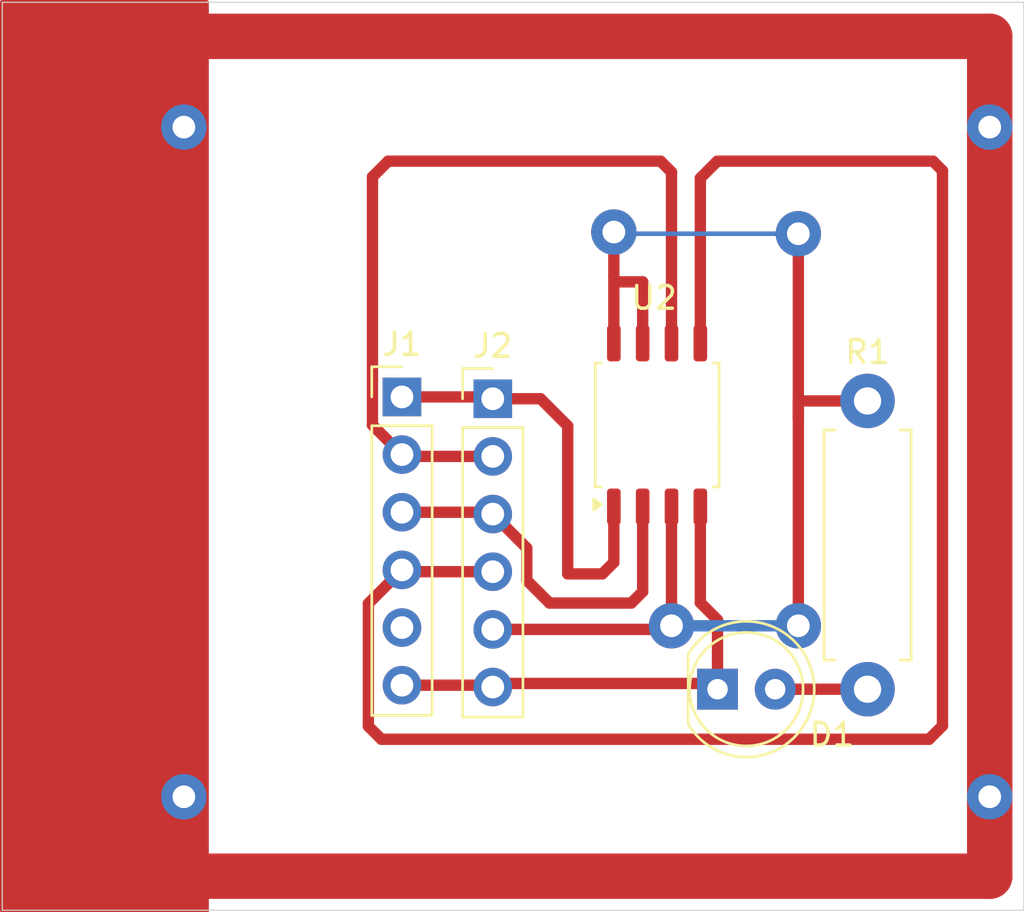
<source format=kicad_pcb>
(kicad_pcb (version 20240108) (generator "pcbnew") (generator_version "8.0")
  (layers (0 "F.Cu" signal) (31 "B.Cu" signal) (34 "B.Paste" user) (35 "F.Paste" user) (36 "B.SilkS" user "B.Silkscreen") (37 "F.SilkS" user "F.Silkscreen") (38 "B.Mask" user) (39 "F.Mask" user) (44 "Edge.Cuts" user))
  (net 0 "")
  (net 1 "Net-(D1-A)")
  (net 2 "GND")
  (net 3 "/MOSI")
  (net 4 "/SCK")
  (net 5 "/CS")
  (net 6 "/MISO")
  (net 8 "/3V3")
  (footprint "Package_SO:SOIC-8_5.23x5.23mm_P1.27mm" (layer "F.Cu") (at 172.847 52.622 90)
    (property "Reference" "U2" (at 5.6 -0.135 180) (layer "F.SilkS"))
    (property "Value" "W25Q128JVS" (hide yes))
    (fp_line (start 2.725 -2.725) (end 2.725 -2.465) (stroke (width 0.12)) (layer "F.SilkS"))
    (fp_line (start 0 -2.725) (end 2.725 -2.725) (stroke (width 0.12)) (layer "F.SilkS"))
    (fp_line (start 0 -2.725) (end -2.725 -2.725) (stroke (width 0.12)) (layer "F.SilkS"))
    (fp_line (start -2.725 -2.725) (end -2.725 -2.465) (stroke (width 0.12)) (layer "F.SilkS"))
    (fp_line (start 2.725 2.725) (end 2.725 2.465) (stroke (width 0.12)) (layer "F.SilkS"))
    (fp_line (start 0 2.725) (end 2.725 2.725) (stroke (width 0.12)) (layer "F.SilkS"))
    (fp_line (start 0 2.725) (end -2.725 2.725) (stroke (width 0.12)) (layer "F.SilkS"))
    (fp_line (start -2.725 2.725) (end -2.725 2.465) (stroke (width 0.12)) (layer "F.SilkS"))
    (fp_poly (pts (xy -3.5075 -2.465) (xy -3.7475 -2.795) (xy -3.2675 -2.795) (xy -3.5075 -2.465)) (stroke (width 0.12)) (fill solid) (layer "F.SilkS"))
    (pad "1" smd roundrect (at -3.6 -1.905 90) (size 1.6 0.6) (layers "F.Cu" "F.Paste" "F.Mask") (net 5 "/CS"))
    (pad "2" smd roundrect (at -3.6 -0.635 90) (size 1.6 0.6) (layers "F.Cu" "F.Paste" "F.Mask") (net 6 "/MISO"))
    (pad "3" smd roundrect (at -3.6 0.635 90) (size 1.6 0.6) (layers "F.Cu" "F.Paste" "F.Mask") (net 8 "/3V3"))
    (pad "4" smd roundrect (at -3.6 1.905 90) (size 1.6 0.6) (layers "F.Cu" "F.Paste" "F.Mask") (net 2 "GND"))
    (pad "5" smd roundrect (at 3.6 1.905 90) (size 1.6 0.6) (layers "F.Cu" "F.Paste" "F.Mask") (net 3 "/MOSI"))
    (pad "6" smd roundrect (at 3.6 0.635 90) (size 1.6 0.6) (layers "F.Cu" "F.Paste" "F.Mask") (net 4 "/SCK"))
    (pad "7" smd roundrect (at 3.6 -0.635 90) (size 1.6 0.6) (layers "F.Cu" "F.Paste" "F.Mask") (net 8 "/3V3"))
    (pad "8" smd roundrect (at 3.6 -1.905 90) (size 1.6 0.6) (layers "F.Cu" "F.Paste" "F.Mask") (net 8 "/3V3"))
  )
  (footprint "Resistor_THT:R_Axial_DIN0411_L9.9mm_D3.6mm_P12.70mm_Horizontal" (layer "F.Cu") (at 182.118 64.262 90)
    (property "Reference" "R1" (at 14.85 0 0) (layer "F.SilkS"))
    (property "Value" "R" (hide yes))
    (fp_line (start 11.42 -1.92) (end 11.42 -1.44) (stroke (width 0.12)) (layer "F.SilkS"))
    (fp_line (start 1.28 -1.92) (end 11.42 -1.92) (stroke (width 0.12)) (layer "F.SilkS"))
    (fp_line (start 1.28 -1.44) (end 1.28 -1.92) (stroke (width 0.12)) (layer "F.SilkS"))
    (fp_line (start 1.28 1.44) (end 1.28 1.92) (stroke (width 0.12)) (layer "F.SilkS"))
    (fp_line (start 11.42 1.92) (end 11.42 1.44) (stroke (width 0.12)) (layer "F.SilkS"))
    (fp_line (start 1.28 1.92) (end 11.42 1.92) (stroke (width 0.12)) (layer "F.SilkS"))
    (pad "1" thru_hole circle (at 0 0 90) (size 2.4 2.4) (drill 1.2) (layers "*.Cu" "*.Mask") (net 1 "Net-(D1-A)"))
    (pad "2" thru_hole oval (at 12.7 0 90) (size 2.4 2.4) (drill 1.2) (layers "*.Cu" "*.Mask") (net 8 "/3V3"))
  )
  (footprint "LED_THT:LED_D5.0mm" (layer "F.Cu") (at 175.509 64.262)
    (property "Reference" "D1" (at 5.04 2 0) (layer "F.SilkS"))
    (property "Value" "LED" (hide yes))
    (fp_line (start -1.29 -1.545) (end -1.29 1.545) (stroke (width 0.12)) (layer "F.SilkS"))
    (fp_arc (start -1.29 -1.54483) (mid 2.071756 -2.880501) (end 4.26 -0.000048) (stroke (width 0.12)) (layer "F.SilkS"))
    (fp_arc (start 4.26 0.000048) (mid 2.071756 2.880501) (end -1.29 1.54483) (stroke (width 0.12)) (layer "F.SilkS"))
    (fp_circle (center 1.27 0) (end 3.77 0) (stroke (width 0.12)) (fill none) (layer "F.SilkS"))
    (pad "1" thru_hole rect (at 0 0) (size 1.8 1.8) (drill 0.9) (layers "*.Cu" "*.Mask") (net 2 "GND"))
    (pad "2" thru_hole circle (at 2.54 0) (size 1.8 1.8) (drill 0.9) (layers "*.Cu" "*.Mask") (net 1 "Net-(D1-A)"))
  )
  (footprint "Connector_PinHeader_2.54mm:PinHeader_1x06_P2.54mm_Vertical" (layer "F.Cu") (at 165.608 51.466)
    (property "Reference" "J2" (at 0 -2.33 0) (layer "F.SilkS"))
    (property "Value" "Conn_01x06" (hide yes))
    (fp_line (start -1.33 -1.33) (end 0 -1.33) (stroke (width 0.12)) (layer "F.SilkS"))
    (fp_line (start -1.33 0) (end -1.33 -1.33) (stroke (width 0.12)) (layer "F.SilkS"))
    (fp_line (start -1.33 1.27) (end -1.33 14.03) (stroke (width 0.12)) (layer "F.SilkS"))
    (fp_line (start -1.33 1.27) (end 1.33 1.27) (stroke (width 0.12)) (layer "F.SilkS"))
    (fp_line (start -1.33 14.03) (end 1.33 14.03) (stroke (width 0.12)) (layer "F.SilkS"))
    (fp_line (start 1.33 1.27) (end 1.33 14.03) (stroke (width 0.12)) (layer "F.SilkS"))
    (pad "1" thru_hole rect (at 0 0) (size 1.7 1.7) (drill 1) (layers "*.Cu" "*.Mask") (net 5 "/CS"))
    (pad "2" thru_hole oval (at 0 2.54) (size 1.7 1.7) (drill 1) (layers "*.Cu" "*.Mask") (net 4 "/SCK"))
    (pad "3" thru_hole oval (at 0 5.08) (size 1.7 1.7) (drill 1) (layers "*.Cu" "*.Mask") (net 6 "/MISO"))
    (pad "4" thru_hole oval (at 0 7.62) (size 1.7 1.7) (drill 1) (layers "*.Cu" "*.Mask") (net 3 "/MOSI"))
    (pad "5" thru_hole oval (at 0 10.16) (size 1.7 1.7) (drill 1) (layers "*.Cu" "*.Mask") (net 8 "/3V3"))
    (pad "6" thru_hole oval (at 0 12.7) (size 1.7 1.7) (drill 1) (layers "*.Cu" "*.Mask") (net 2 "GND"))
  )
  (footprint "Connector_PinHeader_2.54mm:PinHeader_1x06_P2.54mm_Vertical" (layer "F.Cu") (at 161.608 51.386)
    (property "Reference" "J1" (at 0 -2.33 0) (layer "F.SilkS"))
    (property "Value" "Conn_01x06" (hide yes))
    (fp_line (start -1.33 -1.33) (end 0 -1.33) (stroke (width 0.12)) (layer "F.SilkS"))
    (fp_line (start -1.33 0) (end -1.33 -1.33) (stroke (width 0.12)) (layer "F.SilkS"))
    (fp_line (start -1.33 1.27) (end -1.33 14.03) (stroke (width 0.12)) (layer "F.SilkS"))
    (fp_line (start -1.33 1.27) (end 1.33 1.27) (stroke (width 0.12)) (layer "F.SilkS"))
    (fp_line (start -1.33 14.03) (end 1.33 14.03) (stroke (width 0.12)) (layer "F.SilkS"))
    (fp_line (start 1.33 1.27) (end 1.33 14.03) (stroke (width 0.12)) (layer "F.SilkS"))
    (pad "1" thru_hole rect (at 0 0) (size 1.7 1.7) (drill 1) (layers "*.Cu" "*.Mask") (net 5 "/CS"))
    (pad "2" thru_hole oval (at 0 2.54) (size 1.7 1.7) (drill 1) (layers "*.Cu" "*.Mask") (net 4 "/SCK"))
    (pad "3" thru_hole oval (at 0 5.08) (size 1.7 1.7) (drill 1) (layers "*.Cu" "*.Mask") (net 6 "/MISO"))
    (pad "4" thru_hole oval (at 0 7.62) (size 1.7 1.7) (drill 1) (layers "*.Cu" "*.Mask") (net 3 "/MOSI"))
    (pad "5" thru_hole oval (at 0 10.16) (size 1.7 1.7) (drill 1) (layers "*.Cu" "*.Mask"))
    (pad "6" thru_hole oval (at 0 12.7) (size 1.7 1.7) (drill 1) (layers "*.Cu" "*.Mask") (net 2 "GND"))
  )
  (gr_poly (pts (xy 144 74) (xy 153 74) (xy 153 34) (xy 144 34)) (stroke (width 0.2)) (fill solid) (layer "F.Cu") (net 2))
  (gr_rect (start 144 34) (end 189 74) (stroke (width 0.05)) (fill none) (layer "Edge.Cuts"))
  (segment (start 181.926 64.262) (end 182.372 63.816) (width 0.5) (layer "F.Cu") (net 1))
  (segment (start 178.049 64.262) (end 181.926 64.262) (width 0.5) (layer "F.Cu") (net 1))
  (segment (start 187.5 35.5) (end 148.5 35.5) (width 2) (layer "F.Cu") (net 2))
  (segment (start 175.255 64.008) (end 165.766 64.008) (width 0.5) (layer "F.Cu") (net 2))
  (segment (start 165.766 64.008) (end 165.608 64.166) (width 0.5) (layer "F.Cu") (net 2))
  (segment (start 187.5 72.5) (end 147 72.5) (width 2) (layer "F.Cu") (net 2))
  (segment (start 174.752 56.222) (end 174.752 60.452) (width 0.5) (layer "F.Cu") (net 2))
  (segment (start 161.608 64.086) (end 165.528 64.086) (width 0.5) (layer "F.Cu") (net 2))
  (segment (start 187.5 35.5) (end 187.5 72.5) (width 2) (layer "F.Cu") (net 2))
  (segment (start 174.752 60.452) (end 175.509 61.209) (width 0.5) (layer "F.Cu") (net 2))
  (segment (start 165.528 64.086) (end 165.608 64.166) (width 0.5) (layer "F.Cu") (net 2))
  (segment (start 175.509 64.262) (end 175.255 64.008) (width 0.5) (layer "F.Cu") (net 2))
  (segment (start 175.509 61.209) (end 175.509 64.262) (width 0.5) (layer "F.Cu") (net 2))
  (via (at 187.5 69) (size 2) (drill 1) (layers "F.Cu" "B.Cu") (net 2))
  (via (at 152 69) (size 2) (drill 1) (layers "F.Cu" "B.Cu") (net 2))
  (via (at 152 39.5) (size 2) (drill 1) (layers "F.Cu" "B.Cu") (net 2))
  (via (at 187.5 39.5) (size 2) (drill 1) (layers "F.Cu" "B.Cu") (net 2))
  (segment (start 175.5 41) (end 185 41) (width 0.5) (layer "F.Cu") (net 3))
  (segment (start 160.128 65.894) (end 160.128 60.486) (width 0.5) (layer "F.Cu") (net 3))
  (segment (start 174.752 41.748) (end 175.5 41) (width 0.5) (layer "F.Cu") (net 3))
  (segment (start 184.828 66.466) (end 160.7 66.466) (width 0.5) (layer "F.Cu") (net 3))
  (segment (start 161.688 59.086) (end 161.608 59.006) (width 0.5) (layer "F.Cu") (net 3))
  (segment (start 165.608 59.086) (end 161.688 59.086) (width 0.5) (layer "F.Cu") (net 3))
  (segment (start 174.752 49.022) (end 174.752 41.748) (width 0.5) (layer "F.Cu") (net 3))
  (segment (start 185.42 65.874) (end 184.828 66.466) (width 0.5) (layer "F.Cu") (net 3))
  (segment (start 160.7 66.466) (end 160.128 65.894) (width 0.5) (layer "F.Cu") (net 3))
  (segment (start 185 41) (end 185.42 41.42) (width 0.5) (layer "F.Cu") (net 3))
  (segment (start 185.42 41.42) (end 185.42 65.874) (width 0.5) (layer "F.Cu") (net 3))
  (segment (start 160.128 60.486) (end 161.608 59.006) (width 0.5) (layer "F.Cu") (net 3))
  (segment (start 160.308 41.692) (end 160.308 52.626) (width 0.5) (layer "F.Cu") (net 4))
  (segment (start 160.308 52.626) (end 161.608 53.926) (width 0.5) (layer "F.Cu") (net 4))
  (segment (start 161 41) (end 160.308 41.692) (width 0.5) (layer "F.Cu") (net 4))
  (segment (start 165.608 54.006) (end 161.688 54.006) (width 0.5) (layer "F.Cu") (net 4))
  (segment (start 173.482 49.022) (end 173.482 41.482) (width 0.5) (layer "F.Cu") (net 4))
  (segment (start 173 41) (end 161 41) (width 0.5) (layer "F.Cu") (net 4))
  (segment (start 173.482 41.482) (end 173 41) (width 0.5) (layer "F.Cu") (net 4))
  (segment (start 161.688 54.006) (end 161.608 53.926) (width 0.5) (layer "F.Cu") (net 4))
  (segment (start 170.942 58.674) (end 170.434 59.182) (width 0.5) (layer "F.Cu") (net 5))
  (segment (start 167.712 51.466) (end 165.608 51.466) (width 0.5) (layer "F.Cu") (net 5))
  (segment (start 170.942 56.222) (end 170.942 58.674) (width 0.5) (layer "F.Cu") (net 5))
  (segment (start 170.434 59.182) (end 168.91 59.182) (width 0.5) (layer "F.Cu") (net 5))
  (segment (start 168.91 52.664) (end 167.712 51.466) (width 0.5) (layer "F.Cu") (net 5))
  (segment (start 161.608 51.386) (end 165.528 51.386) (width 0.5) (layer "F.Cu") (net 5))
  (segment (start 165.528 51.386) (end 165.608 51.466) (width 0.5) (layer "F.Cu") (net 5))
  (segment (start 168.91 59.182) (end 168.91 52.664) (width 0.5) (layer "F.Cu") (net 5))
  (segment (start 165.608 56.588684) (end 165.608 56.546) (width 0.5) (layer "F.Cu") (net 6))
  (segment (start 168.108 60.466) (end 171.712 60.466) (width 0.5) (layer "F.Cu") (net 6))
  (segment (start 161.608 56.466) (end 165.528 56.466) (width 0.5) (layer "F.Cu") (net 6))
  (segment (start 165.608 56.546) (end 167.108 58.046) (width 0.5) (layer "F.Cu") (net 6))
  (segment (start 172.212 59.966) (end 172.212 56.222) (width 0.5) (layer "F.Cu") (net 6))
  (segment (start 171.712 60.466) (end 172.212 59.966) (width 0.5) (layer "F.Cu") (net 6))
  (segment (start 167.108 58.046) (end 167.108 59.466) (width 0.5) (layer "F.Cu") (net 6))
  (segment (start 167.108 59.466) (end 168.108 60.466) (width 0.5) (layer "F.Cu") (net 6))
  (segment (start 165.528 56.466) (end 165.608 56.546) (width 0.5) (layer "F.Cu") (net 6))
  (segment (start 172.212 46.316) (end 171.196 46.316) (width 0.5) (layer "F.Cu") (net 8))
  (segment (start 173.482 61.468) (end 173.324 61.626) (width 0.5) (layer "F.Cu") (net 8))
  (segment (start 179.07 61.468) (end 179.07 52.324) (width 0.5) (layer "F.Cu") (net 8))
  (segment (start 179.07 51.562) (end 182.118 51.562) (width 0.5) (layer "F.Cu") (net 8))
  (segment (start 172.212 49.022) (end 172.212 46.316) (width 0.5) (layer "F.Cu") (net 8))
  (segment (start 173.482 61.468) (end 173.482 56.222) (width 0.5) (layer "F.Cu") (net 8))
  (segment (start 170.942 46.062) (end 170.942 44.122) (width 0.5) (layer "F.Cu") (net 8))
  (segment (start 179.07 52.324) (end 179.07 51.562) (width 0.5) (layer "F.Cu") (net 8))
  (segment (start 171.196 46.316) (end 170.942 46.062) (width 0.2) (layer "F.Cu") (net 8))
  (segment (start 179.07 44.196) (end 179.07 52.324) (width 0.5) (layer "F.Cu") (net 8))
  (segment (start 170.942 49.022) (end 170.942 46.062) (width 0.5) (layer "F.Cu") (net 8))
  (segment (start 173.324 61.626) (end 165.608 61.626) (width 0.5) (layer "F.Cu") (net 8))
  (via (at 173.482 61.468) (size 2) (drill 1) (layers "F.Cu" "B.Cu") (net 8))
  (via (at 170.942 44.122) (size 2) (drill 1) (layers "F.Cu" "B.Cu") (net 8))
  (via (at 179.07 44.196) (size 2) (drill 1) (layers "F.Cu" "B.Cu") (net 8))
  (via (at 179.07 61.468) (size 2) (drill 1) (layers "F.Cu" "B.Cu") (net 8))
  (segment (start 173.482 61.468) (end 179.07 61.468) (width 0.5) (layer "B.Cu") (net 8))
  (segment (start 173.482 61.468) (end 173.736 61.214) (width 0.5) (layer "B.Cu") (net 8))
  (segment (start 179.07 44.196) (end 171.016 44.196) (width 0.2) (layer "B.Cu") (net 8))
  (segment (start 171.016 44.196) (end 170.942 44.122) (width 0.2) (layer "B.Cu") (net 8))
)
</source>
